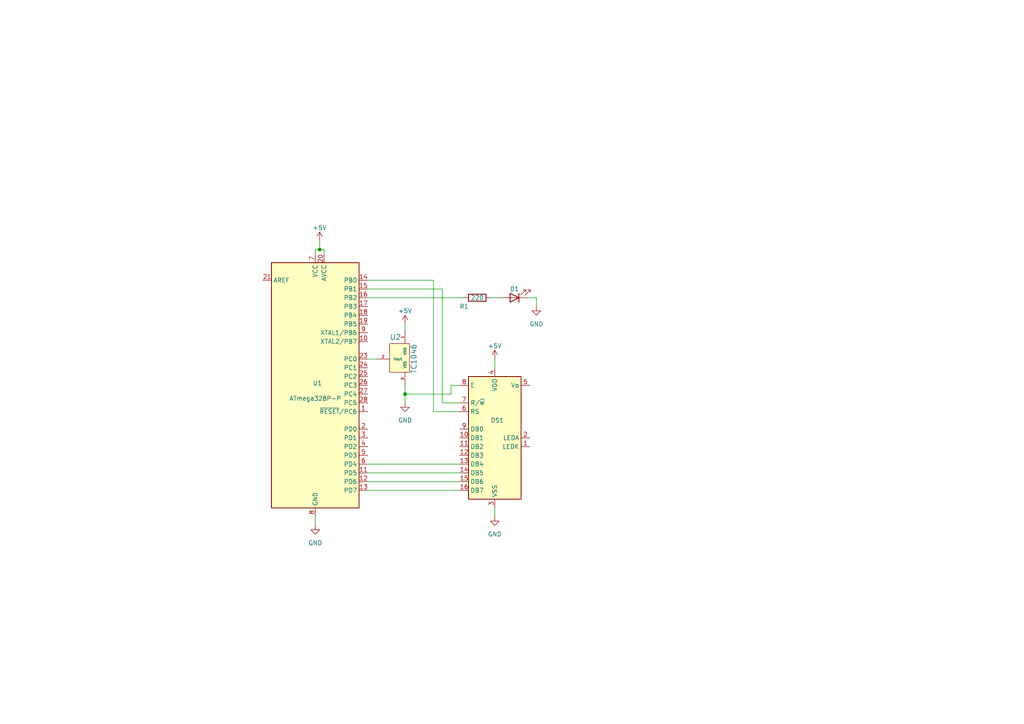
<source format=kicad_sch>
(kicad_sch (version 20211123) (generator eeschema)
  (paper "A4")
  (lib_symbols
    (symbol "Device:LED" (pin_numbers hide) (pin_names (offset 1.016) hide)
      (property "Reference" "D" (at 0 2.54 0))
      (property "Value" "LED" (at 0 -2.54 0))
      (symbol "LED_0_1"
        (polyline (pts (xy -1.27 -1.27) (xy -1.27 1.27)) (stroke (width 0.254)))
        (polyline (pts (xy -1.27 0) (xy 1.27 0)))
        (polyline (pts (xy 1.27 -1.27) (xy 1.27 1.27) (xy -1.27 0) (xy 1.27 -1.27)) (stroke (width 0.254)))
        (polyline (pts (xy -3.048 -0.762) (xy -4.572 -2.286) (xy -3.81 -2.286) (xy -4.572 -2.286) (xy -4.572 -1.524)))
        (polyline (pts (xy -1.778 -0.762) (xy -3.302 -2.286) (xy -2.54 -2.286) (xy -3.302 -2.286) (xy -3.302 -1.524)))
      )
      (symbol "LED_1_1"
        (pin passive line (at -3.81 0 0) (length 2.54) (name "K") (number "1"))
        (pin passive line (at 3.81 0 180) (length 2.54) (name "A") (number "2"))
      )
    )
    (symbol "Device:R" (pin_numbers hide) (pin_names (offset 0))
      (property "Reference" "R" (at 2.032 0 90))
      (property "Value" "R" (at 0 0 90))
      (symbol "R_0_1"
        (rectangle (start -1.016 -2.54) (end 1.016 2.54) (stroke (width 0.254)))
      )
      (symbol "R_1_1"
        (pin passive line (at 0 3.81 270) (length 1.27) (name "~") (number "1"))
        (pin passive line (at 0 -3.81 90) (length 1.27) (name "~") (number "2"))
      )
    )
    (symbol "Display_Character:HY1602E"
      (property "Reference" "DS" (at -6.096 19.05 0))
      (property "Value" "HY1602E" (at 5.08 19.05 0))
      (symbol "HY1602E_0_1"
        (rectangle (start -7.62 17.78) (end 7.62 -17.78) (stroke (width 0.254)) (fill (type background)))
      )
      (symbol "HY1602E_1_1"
        (pin passive line (at 10.16 -2.54 180) (length 2.54) (name "LEDK") (number "1"))
        (pin bidirectional line (at -10.16 0 0) (length 2.54) (name "DB1") (number "10"))
        (pin bidirectional line (at -10.16 -2.54 0) (length 2.54) (name "DB2") (number "11"))
        (pin bidirectional line (at -10.16 -5.08 0) (length 2.54) (name "DB3") (number "12"))
        (pin bidirectional line (at -10.16 -7.62 0) (length 2.54) (name "DB4") (number "13"))
        (pin bidirectional line (at -10.16 -10.16 0) (length 2.54) (name "DB5") (number "14"))
        (pin bidirectional line (at -10.16 -12.7 0) (length 2.54) (name "DB6") (number "15"))
        (pin bidirectional line (at -10.16 -15.24 0) (length 2.54) (name "DB7") (number "16"))
        (pin passive line (at 10.16 0 180) (length 2.54) (name "LEDA") (number "2"))
        (pin power_in line (at 0 -20.32 90) (length 2.54) (name "VSS") (number "3"))
        (pin power_in line (at 0 20.32 270) (length 2.54) (name "VDD") (number "4"))
        (pin input line (at 10.16 15.24 180) (length 2.54) (name "Vo") (number "5"))
        (pin input line (at -10.16 7.62 0) (length 2.54) (name "RS") (number "6"))
        (pin input line (at -10.16 10.16 0) (length 2.54) (name "R/~{W}") (number "7"))
        (pin input line (at -10.16 15.24 0) (length 2.54) (name "E") (number "8"))
        (pin bidirectional line (at -10.16 2.54 0) (length 2.54) (name "DB0") (number "9"))
      )
    )
    (symbol "KICAD-OPEN-LIBS:TC1046" (pin_names (offset 1.016))
      (property "Reference" "U" (at 2.54 -5.715 0))
      (property "Value" "TC1046" (at -5.08 0 90))
      (symbol "TC1046_0_1"
        (rectangle (start -3.175 4.445) (end 2.54 -3.81) (fill (type background)))
      )
      (symbol "TC1046_1_1"
        (pin input line (at -1.905 8.255 270) (length 3.81) (name "VDD") (number "1"))
        (pin input line (at 6.35 0 180) (length 3.81) (name "Vout") (number "2"))
        (pin input line (at -1.905 -7.62 90) (length 3.81) (name "VSS") (number "3"))
      )
    )
    (symbol "MCU_Microchip_ATmega:ATmega328P-P"
      (property "Reference" "U" (at -12.7 36.83 0))
      (property "Value" "ATmega328P-P" (at 2.54 -36.83 0))
      (symbol "ATmega328P-P_0_1"
        (rectangle (start -12.7 -35.56) (end 12.7 35.56) (stroke (width 0.254)) (fill (type background)))
      )
      (symbol "ATmega328P-P_1_1"
        (pin bidirectional line (at 15.24 -7.62 180) (length 2.54) (name "~{RESET}/PC6") (number "1"))
        (pin bidirectional line (at 15.24 12.7 180) (length 2.54) (name "XTAL2/PB7") (number "10"))
        (pin bidirectional line (at 15.24 -25.4 180) (length 2.54) (name "PD5") (number "11"))
        (pin bidirectional line (at 15.24 -27.94 180) (length 2.54) (name "PD6") (number "12"))
        (pin bidirectional line (at 15.24 -30.48 180) (length 2.54) (name "PD7") (number "13"))
        (pin bidirectional line (at 15.24 30.48 180) (length 2.54) (name "PB0") (number "14"))
        (pin bidirectional line (at 15.24 27.94 180) (length 2.54) (name "PB1") (number "15"))
        (pin bidirectional line (at 15.24 25.4 180) (length 2.54) (name "PB2") (number "16"))
        (pin bidirectional line (at 15.24 22.86 180) (length 2.54) (name "PB3") (number "17"))
        (pin bidirectional line (at 15.24 20.32 180) (length 2.54) (name "PB4") (number "18"))
        (pin bidirectional line (at 15.24 17.78 180) (length 2.54) (name "PB5") (number "19"))
        (pin bidirectional line (at 15.24 -12.7 180) (length 2.54) (name "PD0") (number "2"))
        (pin power_in line (at 2.54 38.1 270) (length 2.54) (name "AVCC") (number "20"))
        (pin passive line (at -15.24 30.48 0) (length 2.54) (name "AREF") (number "21"))
        (pin passive line (at 0 -38.1 90) (length 2.54) hide (name "GND") (number "22"))
        (pin bidirectional line (at 15.24 7.62 180) (length 2.54) (name "PC0") (number "23"))
        (pin bidirectional line (at 15.24 5.08 180) (length 2.54) (name "PC1") (number "24"))
        (pin bidirectional line (at 15.24 2.54 180) (length 2.54) (name "PC2") (number "25"))
        (pin bidirectional line (at 15.24 0 180) (length 2.54) (name "PC3") (number "26"))
        (pin bidirectional line (at 15.24 -2.54 180) (length 2.54) (name "PC4") (number "27"))
        (pin bidirectional line (at 15.24 -5.08 180) (length 2.54) (name "PC5") (number "28"))
        (pin bidirectional line (at 15.24 -15.24 180) (length 2.54) (name "PD1") (number "3"))
        (pin bidirectional line (at 15.24 -17.78 180) (length 2.54) (name "PD2") (number "4"))
        (pin bidirectional line (at 15.24 -20.32 180) (length 2.54) (name "PD3") (number "5"))
        (pin bidirectional line (at 15.24 -22.86 180) (length 2.54) (name "PD4") (number "6"))
        (pin power_in line (at 0 38.1 270) (length 2.54) (name "VCC") (number "7"))
        (pin power_in line (at 0 -38.1 90) (length 2.54) (name "GND") (number "8"))
        (pin bidirectional line (at 15.24 15.24 180) (length 2.54) (name "XTAL1/PB6") (number "9"))
      )
    )
    (symbol "power:+5V" (power) (pin_names (offset 0))
      (property "Value" "+5V" (at 0 3.556 0))
      (symbol "+5V_0_1"
        (polyline (pts (xy -0.762 1.27) (xy 0 2.54)))
        (polyline (pts (xy 0 0) (xy 0 2.54)))
        (polyline (pts (xy 0 2.54) (xy 0.762 1.27)))
      )
      (symbol "+5V_1_1"
        (pin power_in line (at 0 0 90) (length 0) hide (name "+5V") (number "1"))
      )
    )
    (symbol "power:GND" (power) (pin_names (offset 0))
      (property "Value" "GND" (at 0 -3.81 0))
      (symbol "GND_0_1"
        (polyline (pts (xy 0 0) (xy 0 -1.27) (xy 1.27 -1.27) (xy 0 -2.54) (xy -1.27 -1.27) (xy 0 -1.27)))
      )
      (symbol "GND_1_1"
        (pin power_in line (at 0 0 270) (length 0) hide (name "GND") (number "1"))
      )
    )
  )
  (junction (at 117.475 114.3))
  (junction (at 92.71 72.39))
  (wire (pts (xy 93.98 72.39) (xy 93.98 73.66)))
  (wire (pts (xy 125.73 119.38) (xy 125.73 81.28)))
  (wire (pts (xy 106.68 83.82) (xy 128.27 83.82)))
  (wire (pts (xy 106.68 137.16) (xy 133.35 137.16)))
  (wire (pts (xy 130.81 111.76) (xy 130.81 114.3)))
  (wire (pts (xy 128.27 116.84) (xy 128.27 83.82)))
  (wire (pts (xy 142.24 86.36) (xy 145.415 86.36)))
  (wire (pts (xy 106.68 134.62) (xy 133.35 134.62)))
  (wire (pts (xy 91.44 72.39) (xy 92.71 72.39)))
  (wire (pts (xy 91.44 73.66) (xy 91.44 72.39)))
  (wire (pts (xy 106.68 86.36) (xy 134.62 86.36)))
  (wire (pts (xy 117.475 93.98) (xy 117.475 95.885)))
  (wire (pts (xy 143.51 104.14) (xy 143.51 106.68)))
  (wire (pts (xy 155.575 86.36) (xy 155.575 88.9)))
  (wire (pts (xy 133.35 111.76) (xy 130.81 111.76)))
  (wire (pts (xy 133.35 116.84) (xy 128.27 116.84)))
  (wire (pts (xy 117.475 114.3) (xy 130.81 114.3)))
  (wire (pts (xy 125.73 81.28) (xy 106.68 81.28)))
  (wire (pts (xy 143.51 147.32) (xy 143.51 149.86)))
  (wire (pts (xy 91.44 149.86) (xy 91.44 152.4)))
  (wire (pts (xy 133.35 119.38) (xy 125.73 119.38)))
  (wire (pts (xy 106.68 104.14) (xy 109.22 104.14)))
  (wire (pts (xy 92.71 72.39) (xy 93.98 72.39)))
  (wire (pts (xy 106.68 142.24) (xy 133.35 142.24)))
  (wire (pts (xy 106.68 139.7) (xy 133.35 139.7)))
  (wire (pts (xy 153.035 86.36) (xy 155.575 86.36)))
  (wire (pts (xy 92.71 69.85) (xy 92.71 72.39)))
  (wire (pts (xy 117.475 116.84) (xy 117.475 114.3)))
  (wire (pts (xy 117.475 111.76) (xy 117.475 114.3)))
  (symbol (lib_id "KICAD-OPEN-LIBS:TC1046") (at 115.57 104.14 0) (mirror y) (unit 1)
    (property "Reference" "U2" (at 113.03 97.79 0) (effects (font (size 1.524 1.524)) (justify right)))
    (property "Value" "TC1046" (at 120.015 99.695 90) (effects (font (size 1.524 1.524)) (justify right)))
  )
  (symbol (lib_id "power:+5V") (at 92.71 69.85 0) (unit 1)
    (property "Reference" "#PWR02" (effects hide))
    (property "Value" "+5V" (at 92.71 66.04 0))
  )
  (symbol (lib_id "Device:LED") (at 149.225 86.36 180) (unit 1)
    (property "Reference" "D1" (at 149.225 83.82 0))
    (property "Value" "LED" (effects hide))
  )
  (symbol (lib_id "power:GND") (at 155.575 88.9 0) (unit 1)
    (property "Reference" "#PWR07" (effects hide))
    (property "Value" "GND" (at 155.575 93.98 0))
  )
  (symbol (lib_id "power:GND") (at 143.51 149.86 0) (unit 1)
    (property "Reference" "#PWR06" (effects hide))
    (property "Value" "GND" (at 143.51 154.94 0))
  )
  (symbol (lib_id "Display_Character:HY1602E") (at 143.51 127 0) (unit 1)
    (property "Reference" "DS1" (at 142.24 121.92 0) (effects (justify left)))
    (property "Value" "HY1602E" (effects hide))
    (property "Footprint" "Display:HY1602E" (effects hide))
    (property "Datasheet" "http://www.icbank.com/data/ICBShop/board/HY1602E.pdf" (effects hide))
  )
  (symbol (lib_id "Device:R") (at 138.43 86.36 90) (unit 1)
    (property "Reference" "R1" (at 134.62 88.9 90))
    (property "Value" "220" (at 138.43 86.36 90))
  )
  (symbol (lib_id "power:+5V") (at 143.51 104.14 0) (unit 1)
    (property "Reference" "#PWR05" (effects hide))
    (property "Value" "+5V" (at 143.51 100.33 0))
  )
  (symbol (lib_id "power:+5V") (at 117.475 93.98 0) (unit 1)
    (property "Reference" "#PWR03" (effects hide))
    (property "Value" "+5V" (at 117.475 90.17 0))
  )
  (symbol (lib_id "power:GND") (at 91.44 152.4 0) (unit 1)
    (property "Reference" "#PWR01" (effects hide))
    (property "Value" "GND" (at 91.44 157.48 0))
  )
  (symbol (lib_id "power:GND") (at 117.475 116.84 0) (unit 1)
    (property "Reference" "#PWR04" (effects hide))
    (property "Value" "GND" (at 117.475 121.92 0))
  )
  (symbol (lib_id "MCU_Microchip_ATmega:ATmega328P-P") (at 91.44 111.76 0) (unit 1)
    (property "Reference" "U1" (at 92.075 111.125 0))
    (property "Value" "ATmega328P-P" (at 91.44 115.57 0))
    (property "Footprint" "Package_DIP:DIP-28_W7.62mm" (effects hide))
    (property "Datasheet" "http://ww1.microchip.com/downloads/en/DeviceDoc/ATmega328_P%20AVR%20MCU%20with%20picoPower%20Technology%20Data%20Sheet%2040001984A.pdf" (effects hide))
  )
)
</source>
